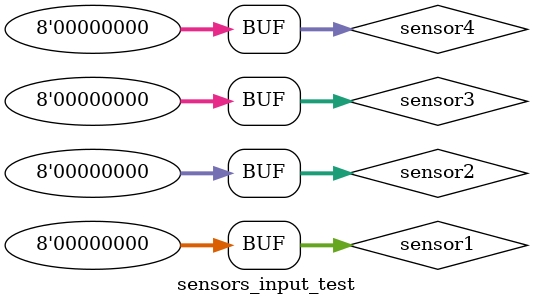
<source format=v>
`timescale 1ns / 1ps


module sensors_input_test;

	// Inputs
	reg [7:0] sensor1;
	reg [7:0] sensor2;
	reg [7:0] sensor3;
	reg [7:0] sensor4;

	// Outputs
	wire [7:0] height;

	// Instantiate the Unit Under Test (UUT)
	sensors_input uut (
		.height(height), 
		.sensor1(sensor1), 
		.sensor2(sensor2), 
		.sensor3(sensor3), 
		.sensor4(sensor4)
	);

	initial begin
		// Initialize Inputs
		sensor1 = 0;
		sensor2 = 0;
		sensor3 = 0;
		sensor4 = 0;

		// Wait 100 ns for global reset to finish
		#100;
        
		// Add stimulus here

	end
      
endmodule


</source>
